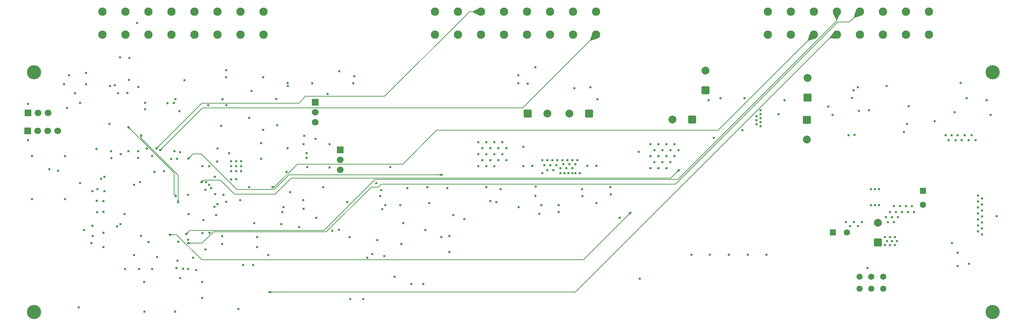
<source format=gbr>
%TF.GenerationSoftware,KiCad,Pcbnew,9.0.7*%
%TF.CreationDate,2026-02-10T04:26:10-08:00*%
%TF.ProjectId,VCU_v2,5643555f-7632-42e6-9b69-6361645f7063,rev?*%
%TF.SameCoordinates,Original*%
%TF.FileFunction,Copper,L4,Inr*%
%TF.FilePolarity,Positive*%
%FSLAX46Y46*%
G04 Gerber Fmt 4.6, Leading zero omitted, Abs format (unit mm)*
G04 Created by KiCad (PCBNEW 9.0.7) date 2026-02-10 04:26:10*
%MOMM*%
%LPD*%
G01*
G04 APERTURE LIST*
G04 Aperture macros list*
%AMRoundRect*
0 Rectangle with rounded corners*
0 $1 Rounding radius*
0 $2 $3 $4 $5 $6 $7 $8 $9 X,Y pos of 4 corners*
0 Add a 4 corners polygon primitive as box body*
4,1,4,$2,$3,$4,$5,$6,$7,$8,$9,$2,$3,0*
0 Add four circle primitives for the rounded corners*
1,1,$1+$1,$2,$3*
1,1,$1+$1,$4,$5*
1,1,$1+$1,$6,$7*
1,1,$1+$1,$8,$9*
0 Add four rect primitives between the rounded corners*
20,1,$1+$1,$2,$3,$4,$5,0*
20,1,$1+$1,$4,$5,$6,$7,0*
20,1,$1+$1,$6,$7,$8,$9,0*
20,1,$1+$1,$8,$9,$2,$3,0*%
G04 Aperture macros list end*
%TA.AperFunction,ComponentPad*%
%ADD10C,3.600000*%
%TD*%
%TA.AperFunction,ComponentPad*%
%ADD11RoundRect,0.250000X0.750000X0.750000X-0.750000X0.750000X-0.750000X-0.750000X0.750000X-0.750000X0*%
%TD*%
%TA.AperFunction,ComponentPad*%
%ADD12C,2.000000*%
%TD*%
%TA.AperFunction,ComponentPad*%
%ADD13C,2.108200*%
%TD*%
%TA.AperFunction,ComponentPad*%
%ADD14RoundRect,0.250000X-0.550000X-0.550000X0.550000X-0.550000X0.550000X0.550000X-0.550000X0.550000X0*%
%TD*%
%TA.AperFunction,ComponentPad*%
%ADD15C,1.600000*%
%TD*%
%TA.AperFunction,ComponentPad*%
%ADD16RoundRect,0.250000X-0.550000X0.550000X-0.550000X-0.550000X0.550000X-0.550000X0.550000X0.550000X0*%
%TD*%
%TA.AperFunction,ComponentPad*%
%ADD17R,1.700000X1.700000*%
%TD*%
%TA.AperFunction,ComponentPad*%
%ADD18C,1.700000*%
%TD*%
%TA.AperFunction,ComponentPad*%
%ADD19C,1.574800*%
%TD*%
%TA.AperFunction,ComponentPad*%
%ADD20RoundRect,0.250000X-0.750000X-0.750000X0.750000X-0.750000X0.750000X0.750000X-0.750000X0.750000X0*%
%TD*%
%TA.AperFunction,ComponentPad*%
%ADD21RoundRect,0.250000X0.750000X-0.750000X0.750000X0.750000X-0.750000X0.750000X-0.750000X-0.750000X0*%
%TD*%
%TA.AperFunction,ComponentPad*%
%ADD22RoundRect,0.250000X-0.750000X0.750000X-0.750000X-0.750000X0.750000X-0.750000X0.750000X0.750000X0*%
%TD*%
%TA.AperFunction,ViaPad*%
%ADD23C,0.609600*%
%TD*%
%TA.AperFunction,Conductor*%
%ADD24C,0.152400*%
%TD*%
%TA.AperFunction,Conductor*%
%ADD25C,0.203200*%
%TD*%
G04 APERTURE END LIST*
D10*
%TO.N,unconnected-(H1-Pad1)*%
%TO.C,H1*%
X274320000Y-53340000D03*
%TD*%
D11*
%TO.N,+12V*%
%TO.C,C65*%
X171858881Y-63813713D03*
D12*
%TO.N,GND*%
X166858881Y-63813713D03*
%TD*%
D13*
%TO.N,/Connector-Root/GEN_BTN1+*%
%TO.C,U19*%
X258129524Y-43767362D03*
%TO.N,/Connector-Root/GEN_BTN2+*%
X252287524Y-43767362D03*
%TO.N,/Connector-Root/Vin+*%
X246445524Y-43767362D03*
%TO.N,/STM32-Root/STM32H723ZGT6/PG3*%
X240603524Y-43767362D03*
%TO.N,/Connector-Root/BRAKE_LIGHT*%
X234761524Y-43767362D03*
%TO.N,/Connector-Root/BSPD_FAULT+*%
X228919524Y-43767362D03*
%TO.N,/Connector-Root/IMD_FAULT+*%
X223077524Y-43767362D03*
%TO.N,/Connector-Root/BMS_FAULT+*%
X217235524Y-43767362D03*
%TO.N,/Connector-Root/GEN_BTN1-*%
X258129524Y-37925362D03*
%TO.N,/Connector-Root/GEN_BTN2-*%
X252287524Y-37925362D03*
%TO.N,GND*%
X246445524Y-37925362D03*
%TO.N,/STM32-Root/STM32H723ZGT6/PA1*%
X240603524Y-37925362D03*
%TO.N,/STM32-Root/STM32H723ZGT6/PA0*%
X234761524Y-37925362D03*
%TO.N,GND*%
X228919524Y-37925362D03*
%TO.N,/Connector-Root/IMD_FAULT-*%
X223077524Y-37925362D03*
%TO.N,/Connector-Root/BMS_FAULT-*%
X217235524Y-37925362D03*
%TD*%
D14*
%TO.N,+5V*%
%TO.C,C11*%
X233801877Y-94036020D03*
D15*
%TO.N,GND*%
X237301877Y-94036020D03*
%TD*%
D16*
%TO.N,+12V*%
%TO.C,C2*%
X256605877Y-83493369D03*
D15*
%TO.N,GND*%
X256605877Y-86993369D03*
%TD*%
D17*
%TO.N,unconnected-(JP3-A-Pad1)*%
%TO.C,JP3*%
X102362000Y-60960000D03*
D18*
%TO.N,Net-(JP3-C)*%
X102362000Y-63500000D03*
%TO.N,/CAN2_N*%
X102362000Y-66040000D03*
%TD*%
D19*
%TO.N,/Connector-Root/Vin+*%
%TO.C,J2*%
X246515476Y-108306700D03*
%TO.N,/CAN2_P*%
X243515477Y-108306700D03*
%TO.N,/CAN2_N*%
X240515478Y-108306700D03*
%TO.N,GND*%
X246515476Y-105306701D03*
%TO.N,/CAN1_P*%
X243515477Y-105306701D03*
%TO.N,/CAN1_N*%
X240515478Y-105306701D03*
%TD*%
D20*
%TO.N,+12V*%
%TO.C,C66*%
X156270881Y-63813713D03*
D12*
%TO.N,GND*%
X161270881Y-63813713D03*
%TD*%
D17*
%TO.N,unconnected-(JP4-A-Pad1)*%
%TO.C,JP4*%
X108705000Y-73031000D03*
D18*
%TO.N,Net-(JP4-C)*%
X108705000Y-75571000D03*
%TO.N,/CAN1_P*%
X108705000Y-78111000D03*
%TD*%
D17*
%TO.N,+3.3V*%
%TO.C,JP1*%
X29437393Y-63644027D03*
D18*
%TO.N,Net-(JP1-C)*%
X31977393Y-63644027D03*
%TO.N,GND*%
X34517393Y-63644027D03*
%TD*%
D17*
%TO.N,+3.3V*%
%TO.C,J1*%
X29395343Y-68252197D03*
D18*
%TO.N,/STM32-Root/STM32H723ZGT6/PA14*%
X31935343Y-68252197D03*
%TO.N,GND*%
X34475343Y-68252197D03*
%TO.N,/STM32-Root/STM32H723ZGT6/PA13*%
X37015343Y-68252197D03*
%TD*%
D21*
%TO.N,+3.3V*%
%TO.C,C53*%
X227315340Y-59742124D03*
D12*
%TO.N,GND*%
X227315340Y-54742124D03*
%TD*%
D13*
%TO.N,/STM32-Root/STM32H723ZGT6/PG2*%
%TO.C,U18*%
X173674524Y-43767362D03*
%TO.N,/BSPD-Logic/Isense-thresh*%
X167832524Y-43767362D03*
%TO.N,/BSPD-Logic/Isense-active*%
X161990524Y-43767362D03*
%TO.N,/BSPD-FAULT*%
X156148524Y-43767362D03*
%TO.N,/Connector-Root/IMD-FAULT*%
X150306524Y-43767362D03*
%TO.N,/Connector-Root/BMS-FAULT*%
X144464524Y-43767362D03*
%TO.N,/Connector-Root/SPEAKER-*%
X138622524Y-43767362D03*
%TO.N,/Connector-Root/SPEAKER+*%
X132780524Y-43767362D03*
%TO.N,/STM32-Root/STM32H723ZGT6/PA2*%
X173674524Y-37925362D03*
%TO.N,/CAN2_N*%
X167832524Y-37925362D03*
%TO.N,/CAN2_P*%
X161990524Y-37925362D03*
%TO.N,/STM32-Root/STM32H723ZGT6/PG8*%
X156148524Y-37925362D03*
%TO.N,/STM32-Root/STM32H723ZGT6/PG7*%
X150306524Y-37925362D03*
%TO.N,/STM32-Root/STM32H723ZGT6/PG6*%
X144464524Y-37925362D03*
%TO.N,/STM32-Root/STM32H723ZGT6/PE10*%
X138622524Y-37925362D03*
%TO.N,/STM32-Root/STM32H723ZGT6/PE11*%
X132780524Y-37925362D03*
%TD*%
D11*
%TO.N,+3.3V*%
%TO.C,C76*%
X198012660Y-65352753D03*
D12*
%TO.N,GND*%
X193012660Y-65352753D03*
%TD*%
D10*
%TO.N,unconnected-(H2-Pad1)_1*%
%TO.C,H2*%
X31002724Y-53340000D03*
%TD*%
%TO.N,unconnected-(H3-Pad1)_1*%
%TO.C,H3*%
X274320000Y-114300000D03*
%TD*%
D22*
%TO.N,Net-(U14-LDOO)*%
%TO.C,C61*%
X227169966Y-65385949D03*
D12*
%TO.N,GND*%
X227169966Y-70385949D03*
%TD*%
D13*
%TO.N,/Connector-Root/APPS1-SIG*%
%TO.C,U17*%
X89244924Y-43767362D03*
%TO.N,/Connector-Root/APPS2-SIG*%
X83402924Y-43767362D03*
%TO.N,/BSE-SIG*%
X77560924Y-43767362D03*
%TO.N,+4.8V*%
X71718924Y-43767362D03*
X65876924Y-43767362D03*
X60034924Y-43767362D03*
%TO.N,/Connector-Root/RTD_BTN-*%
X54192924Y-43767362D03*
%TO.N,/Connector-Root/RTD_BTN+*%
X48350924Y-43767362D03*
%TO.N,GND*%
X89244924Y-37925362D03*
X83402924Y-37925362D03*
X77560924Y-37925362D03*
%TO.N,/CAN1_P*%
X71718924Y-37925362D03*
%TO.N,/CAN1_N*%
X65876924Y-37925362D03*
%TO.N,/STM32-Root/STM32H723ZGT6/PB15*%
X60034924Y-37925362D03*
%TO.N,/Connector-Root/PRECHARGE_BTN+*%
X54192924Y-37925362D03*
%TO.N,/Connector-Root/PRECHARGE_BTN-*%
X48350924Y-37925362D03*
%TD*%
D10*
%TO.N,unconnected-(H4-Pad1)_2*%
%TO.C,H4*%
X31002724Y-114300000D03*
%TD*%
D21*
%TO.N,+5V*%
%TO.C,C13*%
X245175877Y-96576020D03*
D12*
%TO.N,GND*%
X245175877Y-91576020D03*
%TD*%
D21*
%TO.N,+3.3V*%
%TO.C,C80*%
X201451446Y-57914787D03*
D12*
%TO.N,GND*%
X201451446Y-52914787D03*
%TD*%
D23*
%TO.N,/STM32-Root/STM32H723ZGT6/VBAT*%
X58166000Y-94869000D03*
X82931000Y-113538000D03*
%TO.N,GND*%
X30480000Y-74676000D03*
X45879629Y-94996000D03*
X160020000Y-75692000D03*
X273812000Y-64135000D03*
X89154000Y-54610000D03*
X79883000Y-61722000D03*
X108381800Y-93395800D03*
X164592000Y-77724000D03*
X68072000Y-105664000D03*
X67564000Y-96393000D03*
X87630000Y-97790000D03*
X50546000Y-73406000D03*
X46990000Y-88900000D03*
X214376000Y-65532000D03*
X166370000Y-75692000D03*
X86614000Y-102362000D03*
X125730000Y-82804000D03*
X136398000Y-99060000D03*
X70104000Y-84455000D03*
X154051000Y-87630000D03*
X164211000Y-88900000D03*
X160528000Y-76962000D03*
X100330000Y-77470000D03*
X215392000Y-66040000D03*
X38862000Y-74676000D03*
X168402000Y-78994000D03*
X169545000Y-78994000D03*
X240157730Y-92409908D03*
X45593000Y-96774000D03*
X241173730Y-91393908D03*
X250825730Y-87329908D03*
X42316114Y-113050313D03*
X102641400Y-90271600D03*
X265455400Y-102565200D03*
X64897000Y-61214000D03*
X173736000Y-86614000D03*
X171450000Y-77114400D03*
X244475730Y-83011908D03*
X95377000Y-72644000D03*
X153924000Y-54102000D03*
X207391000Y-99695000D03*
X253873730Y-87329908D03*
X215392000Y-67056000D03*
X163830000Y-75692000D03*
X239141730Y-91393908D03*
X216916000Y-99695000D03*
X249301730Y-91393908D03*
X252349730Y-87329908D03*
X242951000Y-62992000D03*
X167640000Y-78994000D03*
X77470000Y-76011362D03*
X214376000Y-64516000D03*
X243459730Y-83011908D03*
X166878000Y-76708000D03*
X43688000Y-93472000D03*
X168148000Y-57404000D03*
X87630000Y-95250000D03*
X238125730Y-92409908D03*
X65786000Y-75311000D03*
X168402000Y-76708000D03*
X108458000Y-53086000D03*
X110490000Y-86334600D03*
X79756000Y-54610000D03*
X73660000Y-106680000D03*
X247269730Y-90123908D03*
X57531000Y-57023000D03*
X265430000Y-99212400D03*
X59055000Y-114173000D03*
X161290000Y-75692000D03*
X85598000Y-64897000D03*
X124206000Y-97028000D03*
X162814000Y-78232000D03*
X259588000Y-65786000D03*
X157480000Y-77089000D03*
X111252000Y-110998000D03*
X160020000Y-78994000D03*
X50292000Y-56769000D03*
X212217000Y-99695000D03*
X268300200Y-102006400D03*
X215392000Y-64008000D03*
X60960000Y-103378000D03*
X59182000Y-61087000D03*
X123952000Y-87122000D03*
X168910000Y-75692000D03*
X96012000Y-83820000D03*
X275336000Y-89916000D03*
X72136000Y-103632000D03*
X167640000Y-77724000D03*
X264007600Y-96774000D03*
X165100000Y-75692000D03*
X66802000Y-114173000D03*
X254381730Y-88853908D03*
X249301730Y-87329908D03*
X166116000Y-77724000D03*
X165608000Y-78994000D03*
X161290000Y-78232000D03*
X84074000Y-102362000D03*
X245491730Y-87075908D03*
X155194000Y-77216000D03*
X53975000Y-89408000D03*
X173990000Y-60198000D03*
X117858415Y-81533000D03*
X162560000Y-75692000D03*
X162052000Y-76962000D03*
X215392000Y-65024000D03*
X164592000Y-78994000D03*
X39370000Y-62357000D03*
X248285730Y-88853908D03*
X38608000Y-56388000D03*
X126746000Y-107188000D03*
X266192000Y-56007000D03*
X252857730Y-88853908D03*
X78867000Y-60198000D03*
X202565000Y-99695000D03*
X67183000Y-103124000D03*
X129794000Y-107188000D03*
X69215000Y-55372000D03*
X70104000Y-95885000D03*
X243459730Y-87075908D03*
X240411000Y-63119000D03*
X66625632Y-73356632D03*
X163576000Y-76962000D03*
X50165000Y-66421000D03*
X68834000Y-103251000D03*
X70104000Y-103378000D03*
X75565000Y-94107000D03*
X245491730Y-83011908D03*
X39878000Y-54102000D03*
X146812000Y-86106000D03*
X102489000Y-70231000D03*
X172212000Y-57150000D03*
X214376000Y-66548000D03*
X170116500Y-82994500D03*
X38862000Y-85598000D03*
X148336000Y-86360000D03*
X93980000Y-88900000D03*
X54102000Y-103378000D03*
X116840000Y-99568000D03*
X250317730Y-90123908D03*
X118872000Y-84836000D03*
X75946000Y-82804000D03*
X153924000Y-56134000D03*
X46863000Y-72771000D03*
X79756000Y-52832000D03*
X158242000Y-52070000D03*
X73660000Y-110744000D03*
X77216000Y-89662000D03*
X30480000Y-85598000D03*
X251333730Y-88853908D03*
X131318000Y-86614000D03*
X173710600Y-77139800D03*
X59182000Y-62738000D03*
X165354000Y-76708000D03*
X75438000Y-77216000D03*
X177292000Y-82550000D03*
X130302000Y-93472000D03*
X94361000Y-87630000D03*
X167640000Y-75692000D03*
X76962000Y-84328000D03*
X60071000Y-96520000D03*
X59630329Y-72703671D03*
X52978739Y-74168000D03*
X249809730Y-88853908D03*
X112268000Y-54356000D03*
X184785000Y-105791000D03*
X86233000Y-58039000D03*
X247777730Y-91393908D03*
X244475730Y-87075908D03*
X70231000Y-89408000D03*
X99314000Y-85852000D03*
X34925000Y-77978000D03*
X57658000Y-103378000D03*
X58928000Y-106680000D03*
X106045000Y-71628000D03*
X248793730Y-90123908D03*
X166624000Y-78994000D03*
X66929000Y-60198000D03*
X237109730Y-91393908D03*
X164211000Y-87122000D03*
X86868000Y-91694000D03*
X197866000Y-99695000D03*
X101600000Y-56134000D03*
X78486000Y-66929000D03*
X90424000Y-99822000D03*
X54940200Y-73406000D03*
X135890000Y-82804000D03*
X170180000Y-84836000D03*
X66469327Y-61087000D03*
X57383566Y-73406000D03*
X77537724Y-72711724D03*
X48895000Y-83566000D03*
X46904239Y-86020239D03*
X56388000Y-99822000D03*
X177393600Y-84353400D03*
X114554000Y-110998000D03*
X76885800Y-79857600D03*
X215392000Y-62992000D03*
X203581000Y-70002400D03*
%TO.N,+5V*%
X249555730Y-97235908D03*
X248285730Y-97235908D03*
X75184000Y-61722000D03*
X81026000Y-80611362D03*
X248793730Y-96219908D03*
X249555730Y-95203908D03*
X250063730Y-96219908D03*
X248285730Y-95203908D03*
X67945000Y-63246000D03*
X105537000Y-58801000D03*
X42672000Y-61087000D03*
X41402000Y-58674000D03*
X89154000Y-67945000D03*
X247523730Y-96219908D03*
X247015730Y-97235908D03*
X247015730Y-95203908D03*
X82296000Y-80518000D03*
%TO.N,+3.3V*%
X221488000Y-60452000D03*
X148844000Y-75692000D03*
X189484000Y-77724000D03*
X50673000Y-75184000D03*
X57383566Y-75057000D03*
X202184000Y-60452000D03*
X44196000Y-56337200D03*
X112014000Y-56134000D03*
X191516000Y-74676000D03*
X73761600Y-77190600D03*
X189484000Y-71628000D03*
X188468000Y-76200000D03*
X83566000Y-75946000D03*
X149860000Y-74168000D03*
X194564000Y-73152000D03*
X48641000Y-94107000D03*
X82296000Y-77216000D03*
X82296000Y-78486000D03*
X264668000Y-63500000D03*
X149860000Y-71120000D03*
X42672000Y-81491932D03*
X67284600Y-75311000D03*
X81026000Y-78486000D03*
X80518000Y-73914000D03*
X74549000Y-83185000D03*
X193548000Y-74676000D03*
X219964000Y-64008000D03*
X143764000Y-71120000D03*
X48641000Y-86106000D03*
X48641000Y-97790000D03*
X187452000Y-74676000D03*
X67437000Y-101219000D03*
X210820000Y-68072000D03*
X74041000Y-90932000D03*
X100203000Y-75057000D03*
X187452000Y-71628000D03*
X146812000Y-72644000D03*
X187452000Y-77724000D03*
X144780000Y-75692000D03*
X272796000Y-60452000D03*
X205232000Y-59944000D03*
X78740000Y-94996000D03*
X252984000Y-61976000D03*
X95123000Y-78613000D03*
X71374000Y-100457000D03*
X143764000Y-77216000D03*
X82296000Y-75946000D03*
X29464000Y-61341000D03*
X81026000Y-75946000D03*
X55118000Y-55245000D03*
X48641000Y-88773000D03*
X191516000Y-77724000D03*
X73787000Y-94234000D03*
X62230000Y-100330000D03*
X144780000Y-72644000D03*
X78740000Y-97028000D03*
X81026000Y-77216000D03*
X193548000Y-71628000D03*
X147828000Y-77216000D03*
X145796000Y-77216000D03*
X44196000Y-53467000D03*
X192532000Y-73152000D03*
X190500000Y-76200000D03*
X146812000Y-75692000D03*
X267716000Y-59944000D03*
X147828000Y-71120000D03*
X189484000Y-74676000D03*
X83566000Y-78486000D03*
X191516000Y-71628000D03*
X148844000Y-72644000D03*
X145796000Y-74168000D03*
X188468000Y-73152000D03*
X145796000Y-71120000D03*
X211328000Y-59944000D03*
X143764000Y-74168000D03*
X192532000Y-76200000D03*
X83566000Y-77216000D03*
X150876000Y-75692000D03*
X83312000Y-85852000D03*
X150876000Y-72644000D03*
X51460400Y-56591200D03*
X147828000Y-74168000D03*
X29464000Y-70612000D03*
X190500000Y-73152000D03*
%TO.N,/STM32-Root/STM32H723ZGT6/PF14*%
X58166000Y-69342000D03*
X67564000Y-86360000D03*
%TO.N,/STM32-Root/STM32H723ZGT6/PF15*%
X66992500Y-84772500D03*
X54991000Y-67310000D03*
%TO.N,/STM32-Root/STM32H723ZGT6/PG0*%
X76835000Y-87503000D03*
X251841000Y-68453000D03*
%TO.N,/STM32-Root/STM32H723ZGT6/PG1*%
X77597000Y-86868000D03*
X252603000Y-66421000D03*
%TO.N,/STM32-Root/STM32H723ZGT6/PA14*%
X37087597Y-78359000D03*
%TO.N,/STM32-Root/STM32H723ZGT6/PA0*%
X69596000Y-94488000D03*
%TO.N,/STM32-Root/STM32H723ZGT6/PG2*%
X62992000Y-73152000D03*
%TO.N,/STM32-Root/STM32H723ZGT6/PD1*%
X88646000Y-71374000D03*
X56388000Y-81915000D03*
%TO.N,/STM32-Root/STM32H723ZGT6/PG3*%
X99568000Y-69469000D03*
X64008000Y-78486000D03*
%TO.N,/STM32-Root/STM32H723ZGT6/PA1*%
X70104000Y-96774000D03*
%TO.N,/STM32-Root/STM32H723ZGT6/PD0*%
X88646000Y-75311000D03*
X57912000Y-81280000D03*
%TO.N,/STM32-Root/STM32H723ZGT6/PC11*%
X47117000Y-82991931D03*
X48006000Y-80374332D03*
%TO.N,/STM32-Root/STM32H723ZGT6/PC1*%
X182346600Y-89077800D03*
X65419939Y-94589600D03*
%TO.N,/STM32-Root/STM32H723ZGT6/PC10*%
X48895000Y-79874332D03*
X45847000Y-83550731D03*
%TO.N,/STM32-Root/STM32H723ZGT6/PB12*%
X70167500Y-75275764D03*
X134416800Y-79349600D03*
X179679600Y-90297000D03*
%TO.N,/STM32-Root/STM32H723ZGT6/PG8*%
X61595000Y-78613000D03*
%TO.N,/STM32-Root/STM32H723ZGT6/PB15*%
X57150000Y-40810286D03*
X68072000Y-73660000D03*
%TO.N,/STM32-Root/STM32H723ZGT6/PE10*%
X75438000Y-81915000D03*
%TO.N,/STM32-Root/STM32H723ZGT6/PE9*%
X79756000Y-86233000D03*
X79121000Y-84455000D03*
%TO.N,/STM32-Root/STM32H723ZGT6/PG7*%
X60960000Y-74549000D03*
%TO.N,/STM32-Root/STM32H723ZGT6/PB6*%
X52070000Y-92491932D03*
X95377000Y-56007000D03*
%TO.N,/STM32-Root/STM32H723ZGT6/PA2*%
X74485500Y-98361500D03*
%TO.N,/STM32-Root/STM32H723ZGT6/PB5*%
X52959000Y-91933132D03*
X95427800Y-56769000D03*
%TO.N,/STM32-Root/STM32H723ZGT6/PE11*%
X74676000Y-81280000D03*
%TO.N,/STM32-Root/STM32H723ZGT6/PB10*%
X73507600Y-81229200D03*
X194691000Y-78232000D03*
%TO.N,/STM32-Root/STM32H723ZGT6/PG6*%
X62051786Y-72719786D03*
%TO.N,Net-(JP1-C)*%
X45847000Y-92329000D03*
%TO.N,/BSPD-FAULT*%
X121412000Y-77470000D03*
X106001383Y-77513617D03*
%TO.N,/Connector-Root/BSPD_FAULT+*%
X91567000Y-82550000D03*
%TO.N,/Connector-Root/BMS-FAULT*%
X93726000Y-91948000D03*
X233680000Y-64135000D03*
X232600500Y-62039500D03*
%TO.N,/Connector-Root/BRAKE_LIGHT*%
X90805000Y-109220000D03*
%TO.N,/Connector-Root/IMD-FAULT*%
X98298000Y-92710000D03*
%TO.N,/Connector-Root/PRECHARGE_BTN+*%
X55245000Y-49657000D03*
%TO.N,/Connector-Root/PRECHARGE_BTN-*%
X52832000Y-49530000D03*
%TO.N,/Connector-Root/RTD_BTN+*%
X52324000Y-58674000D03*
%TO.N,/Connector-Root/RTD_BTN-*%
X54737000Y-58547000D03*
%TO.N,+12V*%
X85598000Y-82550000D03*
X271602200Y-94538800D03*
X158242000Y-84709000D03*
X271602200Y-89966800D03*
X119126000Y-83312000D03*
X111125000Y-95250000D03*
X136398000Y-94996000D03*
X270586200Y-86156800D03*
X271602200Y-86918800D03*
X106680000Y-93599000D03*
X159258000Y-89281000D03*
X240157000Y-57150000D03*
X184531000Y-73533000D03*
X99441000Y-88011000D03*
X270586200Y-87680800D03*
X159766000Y-87122000D03*
X140233400Y-90652600D03*
X158305500Y-82359500D03*
X137414000Y-89662000D03*
X118110000Y-96012000D03*
X115570000Y-100457000D03*
X119888000Y-100076000D03*
X247396000Y-56803765D03*
X270586200Y-93776800D03*
X239268000Y-69215000D03*
X270586200Y-92252800D03*
X130810000Y-82550000D03*
X270586200Y-89204800D03*
X237744000Y-69342000D03*
X270586200Y-90728800D03*
X145796000Y-82550000D03*
X271602200Y-91490800D03*
X271602200Y-93014800D03*
X156260800Y-56159400D03*
X149479000Y-83058000D03*
X271602200Y-88442800D03*
X104394000Y-82550000D03*
X124714000Y-91694000D03*
X155168600Y-72237600D03*
X270586200Y-84632800D03*
X271602200Y-85394800D03*
%TO.N,/Connector-Root/Vin+*%
X262382000Y-69342000D03*
X268986000Y-69342000D03*
X270002000Y-70612000D03*
X267208000Y-69342000D03*
X263906000Y-69342000D03*
X265430000Y-69342000D03*
X263144000Y-70612000D03*
X266446000Y-70612000D03*
X264922000Y-70612000D03*
X268224000Y-70612000D03*
%TO.N,Net-(R102-Pad1)*%
X122555000Y-105283000D03*
X134366000Y-95250000D03*
%TO.N,/BSPD-Logic/Isense-thresh*%
X119380000Y-88138000D03*
%TO.N,/BSPD-Logic/Isense-active*%
X120142000Y-87122000D03*
%TO.N,/CAN1_P*%
X99377500Y-71564500D03*
X92456000Y-60071000D03*
%TO.N,/CAN1_N*%
X242570000Y-103124000D03*
X92710000Y-66802000D03*
X100203000Y-73848324D03*
%TO.N,/Connector-Root/BMS_FAULT-*%
X238633000Y-59817000D03*
%TO.N,/Connector-Root/IMD_FAULT-*%
X239050258Y-57912000D03*
%TD*%
D24*
%TO.N,/STM32-Root/STM32H723ZGT6/PF14*%
X61747733Y-73634267D02*
X67564000Y-79450534D01*
X58166000Y-70052534D02*
X61747733Y-73634267D01*
X58166000Y-69342000D02*
X58166000Y-70052534D01*
X67564000Y-79450534D02*
X67564000Y-86360000D01*
%TO.N,/STM32-Root/STM32H723ZGT6/PF15*%
X66992500Y-84772500D02*
X66537539Y-84317539D01*
X66537539Y-84317539D02*
X66537539Y-78856539D01*
X66537539Y-78856539D02*
X54991000Y-67310000D01*
D25*
%TO.N,/STM32-Root/STM32H723ZGT6/PA0*%
X70536800Y-93547200D02*
X104572800Y-93547200D01*
X194361800Y-80593200D02*
X234761524Y-40193476D01*
X104572800Y-93547200D02*
X117526800Y-80593200D01*
X69596000Y-94488000D02*
X70536800Y-93547200D01*
X234761524Y-40193476D02*
X234761524Y-37925362D01*
X117526800Y-80593200D02*
X194361800Y-80593200D01*
%TO.N,/STM32-Root/STM32H723ZGT6/PG2*%
X173674524Y-43767362D02*
X155046886Y-62395000D01*
X155046886Y-62395000D02*
X73749000Y-62395000D01*
X73749000Y-62395000D02*
X62992000Y-73152000D01*
%TO.N,/STM32-Root/STM32H723ZGT6/PA1*%
X76559877Y-93903800D02*
X105198831Y-93903800D01*
X193824123Y-81765877D02*
X235077000Y-40513000D01*
X73689677Y-96774000D02*
X76559877Y-93903800D01*
X238015886Y-40513000D02*
X240603524Y-37925362D01*
X118364000Y-82550000D02*
X119148123Y-81765877D01*
X105198831Y-93903800D02*
X116552631Y-82550000D01*
X235077000Y-40513000D02*
X238015886Y-40513000D01*
X70104000Y-96774000D02*
X73689677Y-96774000D01*
X116552631Y-82550000D02*
X118364000Y-82550000D01*
X119148123Y-81765877D02*
X193824123Y-81765877D01*
%TO.N,/STM32-Root/STM32H723ZGT6/PC1*%
X73555123Y-101016800D02*
X67127923Y-94589600D01*
X170407600Y-101016800D02*
X73555123Y-101016800D01*
X182346600Y-89077800D02*
X170407600Y-101016800D01*
X67127923Y-94589600D02*
X65419939Y-94589600D01*
%TO.N,/STM32-Root/STM32H723ZGT6/PB12*%
X82449400Y-83109800D02*
X73380600Y-74041000D01*
X91922186Y-83109800D02*
X82449400Y-83109800D01*
X73380600Y-74041000D02*
X71402264Y-74041000D01*
X134416800Y-79349600D02*
X95682386Y-79349600D01*
X95682386Y-79349600D02*
X91922186Y-83109800D01*
X71402264Y-74041000D02*
X70167500Y-75275764D01*
%TO.N,/STM32-Root/STM32H723ZGT6/PB10*%
X78282800Y-80721200D02*
X74015600Y-80721200D01*
X194614800Y-78232000D02*
X192610200Y-80236600D01*
X96242600Y-80236600D02*
X92202000Y-84277200D01*
X81838800Y-84277200D02*
X78282800Y-80721200D01*
X194691000Y-78232000D02*
X194614800Y-78232000D01*
X92202000Y-84277200D02*
X81838800Y-84277200D01*
X74015600Y-80721200D02*
X73507600Y-81229200D01*
X192610200Y-80236600D02*
X96242600Y-80236600D01*
%TO.N,/STM32-Root/STM32H723ZGT6/PG6*%
X144464524Y-37925362D02*
X141525638Y-37925362D01*
X73609372Y-61162200D02*
X62051786Y-72719786D01*
X141525638Y-37925362D02*
X120015000Y-59436000D01*
X99949000Y-59436000D02*
X98222800Y-61162200D01*
X120015000Y-59436000D02*
X99949000Y-59436000D01*
X98222800Y-61162200D02*
X73609372Y-61162200D01*
%TO.N,/Connector-Root/BSPD_FAULT+*%
X97851677Y-76676000D02*
X124619000Y-76676000D01*
X133223000Y-68072000D02*
X204614886Y-68072000D01*
X204614886Y-68072000D02*
X228919524Y-43767362D01*
X124619000Y-76676000D02*
X133223000Y-68072000D01*
X91977677Y-82550000D02*
X97851677Y-76676000D01*
X91567000Y-82550000D02*
X91977677Y-82550000D01*
%TO.N,/Connector-Root/BRAKE_LIGHT*%
X90805000Y-109220000D02*
X168372323Y-109220000D01*
X233824961Y-43767362D02*
X234761524Y-43767362D01*
X168372323Y-109220000D02*
X233824961Y-43767362D01*
%TD*%
%TA.AperFunction,Conductor*%
%TO.N,/STM32-Root/STM32H723ZGT6/PF14*%
G36*
X58173596Y-69347485D02*
G01*
X58388379Y-69530859D01*
X58392446Y-69538836D01*
X58391747Y-69543836D01*
X58245035Y-69938123D01*
X58238939Y-69944682D01*
X58234070Y-69945743D01*
X58097930Y-69945743D01*
X58089657Y-69942316D01*
X58086965Y-69938123D01*
X57940252Y-69543836D01*
X57940578Y-69534887D01*
X57943616Y-69530862D01*
X58158403Y-69347485D01*
X58166920Y-69344720D01*
X58173596Y-69347485D01*
G37*
%TD.AperFunction*%
%TD*%
%TA.AperFunction,Conductor*%
%TO.N,/STM32-Root/STM32H723ZGT6/PF14*%
G36*
X67640343Y-85759684D02*
G01*
X67643035Y-85763877D01*
X67789747Y-86158163D01*
X67789421Y-86167112D01*
X67786379Y-86171141D01*
X67571597Y-86354513D01*
X67563080Y-86357279D01*
X67556403Y-86354513D01*
X67423724Y-86241238D01*
X67341619Y-86171139D01*
X67337553Y-86163163D01*
X67338251Y-86158166D01*
X67484965Y-85763877D01*
X67491061Y-85757318D01*
X67495930Y-85756257D01*
X67632070Y-85756257D01*
X67640343Y-85759684D01*
G37*
%TD.AperFunction*%
%TD*%
%TA.AperFunction,Conductor*%
%TO.N,/STM32-Root/STM32H723ZGT6/PF15*%
G36*
X66626863Y-84295091D02*
G01*
X67009407Y-84470153D01*
X67015503Y-84476712D01*
X67016202Y-84481712D01*
X66993992Y-84763248D01*
X66989925Y-84771226D01*
X66983248Y-84773992D01*
X66701712Y-84796202D01*
X66693195Y-84793436D01*
X66690153Y-84789407D01*
X66515091Y-84406863D01*
X66514765Y-84397914D01*
X66517455Y-84393723D01*
X66613722Y-84297456D01*
X66621994Y-84294030D01*
X66626863Y-84295091D01*
G37*
%TD.AperFunction*%
%TD*%
%TA.AperFunction,Conductor*%
%TO.N,/STM32-Root/STM32H723ZGT6/PF15*%
G36*
X55290304Y-67289062D02*
G01*
X55293346Y-67293091D01*
X55468408Y-67675636D01*
X55468734Y-67684585D01*
X55466042Y-67688778D01*
X55369778Y-67785042D01*
X55361505Y-67788469D01*
X55356636Y-67787408D01*
X54974092Y-67612346D01*
X54967996Y-67605787D01*
X54967297Y-67600787D01*
X54989507Y-67319251D01*
X54993574Y-67311273D01*
X55000249Y-67308507D01*
X55281788Y-67286296D01*
X55290304Y-67289062D01*
G37*
%TD.AperFunction*%
%TD*%
%TA.AperFunction,Conductor*%
%TO.N,/STM32-Root/STM32H723ZGT6/PA0*%
G36*
X69957165Y-93995343D02*
G01*
X70088656Y-94126834D01*
X70092083Y-94135107D01*
X70090735Y-94140559D01*
X69898533Y-94505528D01*
X69891646Y-94511251D01*
X69887261Y-94511740D01*
X69605251Y-94489492D01*
X69597273Y-94485425D01*
X69594507Y-94478748D01*
X69572259Y-94196735D01*
X69575025Y-94188221D01*
X69578467Y-94185468D01*
X69943441Y-93993263D01*
X69952357Y-93992441D01*
X69957165Y-93995343D01*
G37*
%TD.AperFunction*%
%TD*%
%TA.AperFunction,Conductor*%
%TO.N,/STM32-Root/STM32H723ZGT6/PA0*%
G36*
X234769103Y-37930809D02*
G01*
X235174061Y-38275287D01*
X235545080Y-38590896D01*
X235549161Y-38598867D01*
X235547940Y-38605088D01*
X234866371Y-39952788D01*
X234859579Y-39958624D01*
X234855930Y-39959208D01*
X234667118Y-39959208D01*
X234658845Y-39955781D01*
X234656677Y-39952788D01*
X233975107Y-38605088D01*
X233974432Y-38596159D01*
X233977967Y-38590896D01*
X234753944Y-37930809D01*
X234762465Y-37928060D01*
X234769103Y-37930809D01*
G37*
%TD.AperFunction*%
%TD*%
%TA.AperFunction,Conductor*%
%TO.N,/STM32-Root/STM32H723ZGT6/PG2*%
G36*
X173665310Y-43765854D02*
G01*
X173673281Y-43769935D01*
X173676031Y-43776575D01*
X173757978Y-44792024D01*
X173755228Y-44800546D01*
X173749965Y-44804081D01*
X172315055Y-45275106D01*
X172306126Y-45274431D01*
X172303133Y-45272263D01*
X172169622Y-45138752D01*
X172166195Y-45130479D01*
X172166778Y-45126835D01*
X172637804Y-43691919D01*
X172643640Y-43685128D01*
X172649860Y-43683907D01*
X173665310Y-43765854D01*
G37*
%TD.AperFunction*%
%TD*%
%TA.AperFunction,Conductor*%
%TO.N,/STM32-Root/STM32H723ZGT6/PG2*%
G36*
X63353165Y-72659343D02*
G01*
X63484656Y-72790834D01*
X63488083Y-72799107D01*
X63486735Y-72804559D01*
X63294533Y-73169528D01*
X63287646Y-73175251D01*
X63283261Y-73175740D01*
X63001251Y-73153492D01*
X62993273Y-73149425D01*
X62990507Y-73142748D01*
X62968259Y-72860735D01*
X62971025Y-72852221D01*
X62974467Y-72849468D01*
X63339441Y-72657263D01*
X63348357Y-72656441D01*
X63353165Y-72659343D01*
G37*
%TD.AperFunction*%
%TD*%
%TA.AperFunction,Conductor*%
%TO.N,/STM32-Root/STM32H723ZGT6/PA1*%
G36*
X240594310Y-37923854D02*
G01*
X240602281Y-37927935D01*
X240605031Y-37934575D01*
X240686978Y-38950024D01*
X240684228Y-38958546D01*
X240678965Y-38962081D01*
X239244055Y-39433106D01*
X239235126Y-39432431D01*
X239232133Y-39430263D01*
X239098622Y-39296752D01*
X239095195Y-39288479D01*
X239095778Y-39284835D01*
X239566804Y-37849919D01*
X239572640Y-37843128D01*
X239578860Y-37841907D01*
X240594310Y-37923854D01*
G37*
%TD.AperFunction*%
%TD*%
%TA.AperFunction,Conductor*%
%TO.N,/STM32-Root/STM32H723ZGT6/PA1*%
G36*
X70305529Y-96547682D02*
G01*
X70699508Y-96669846D01*
X70706395Y-96675569D01*
X70707743Y-96681021D01*
X70707743Y-96866978D01*
X70704316Y-96875251D01*
X70699508Y-96878153D01*
X70305529Y-97000317D01*
X70296612Y-96999494D01*
X70293166Y-96996739D01*
X70109486Y-96781597D01*
X70106720Y-96773080D01*
X70109486Y-96766403D01*
X70182382Y-96681021D01*
X70293167Y-96551259D01*
X70301144Y-96547193D01*
X70305529Y-96547682D01*
G37*
%TD.AperFunction*%
%TD*%
%TA.AperFunction,Conductor*%
%TO.N,/STM32-Root/STM32H723ZGT6/PC1*%
G36*
X182080095Y-89056012D02*
G01*
X182337348Y-89076307D01*
X182345326Y-89080374D01*
X182348092Y-89087051D01*
X182370340Y-89369061D01*
X182367574Y-89377578D01*
X182364128Y-89380333D01*
X181999159Y-89572535D01*
X181990242Y-89573358D01*
X181985434Y-89570456D01*
X181853943Y-89438965D01*
X181850516Y-89430692D01*
X181851863Y-89425242D01*
X182044066Y-89060270D01*
X182050953Y-89054548D01*
X182055338Y-89054059D01*
X182080095Y-89056012D01*
G37*
%TD.AperFunction*%
%TD*%
%TA.AperFunction,Conductor*%
%TO.N,/STM32-Root/STM32H723ZGT6/PC1*%
G36*
X65621468Y-94363282D02*
G01*
X66015447Y-94485446D01*
X66022334Y-94491169D01*
X66023682Y-94496621D01*
X66023682Y-94682578D01*
X66020255Y-94690851D01*
X66015447Y-94693753D01*
X65621468Y-94815917D01*
X65612551Y-94815094D01*
X65609105Y-94812339D01*
X65425425Y-94597197D01*
X65422659Y-94588680D01*
X65425425Y-94582003D01*
X65498321Y-94496621D01*
X65609106Y-94366859D01*
X65617083Y-94362793D01*
X65621468Y-94363282D01*
G37*
%TD.AperFunction*%
%TD*%
%TA.AperFunction,Conductor*%
%TO.N,/STM32-Root/STM32H723ZGT6/PB12*%
G36*
X134224187Y-79124105D02*
G01*
X134227633Y-79126860D01*
X134411313Y-79342003D01*
X134414079Y-79350520D01*
X134411313Y-79357197D01*
X134227633Y-79572339D01*
X134219655Y-79576406D01*
X134215270Y-79575917D01*
X133821292Y-79453753D01*
X133814405Y-79448030D01*
X133813057Y-79442578D01*
X133813057Y-79256621D01*
X133816484Y-79248348D01*
X133821290Y-79245447D01*
X134215270Y-79123282D01*
X134224187Y-79124105D01*
G37*
%TD.AperFunction*%
%TD*%
%TA.AperFunction,Conductor*%
%TO.N,/STM32-Root/STM32H723ZGT6/PB12*%
G36*
X70528665Y-74783107D02*
G01*
X70660156Y-74914598D01*
X70663583Y-74922871D01*
X70662235Y-74928323D01*
X70470033Y-75293292D01*
X70463146Y-75299015D01*
X70458761Y-75299504D01*
X70176751Y-75277256D01*
X70168773Y-75273189D01*
X70166007Y-75266512D01*
X70143759Y-74984499D01*
X70146525Y-74975985D01*
X70149967Y-74973232D01*
X70514941Y-74781027D01*
X70523857Y-74780205D01*
X70528665Y-74783107D01*
G37*
%TD.AperFunction*%
%TD*%
%TA.AperFunction,Conductor*%
%TO.N,/STM32-Root/STM32H723ZGT6/PB10*%
G36*
X194681769Y-78229721D02*
G01*
X194689405Y-78234398D01*
X194691641Y-78241353D01*
X194689805Y-78523168D01*
X194686324Y-78531419D01*
X194682568Y-78533908D01*
X194305046Y-78689675D01*
X194296091Y-78689662D01*
X194292310Y-78687132D01*
X194160857Y-78555679D01*
X194157430Y-78547406D01*
X194159327Y-78541019D01*
X194387917Y-78190249D01*
X194395305Y-78185190D01*
X194399543Y-78185082D01*
X194681769Y-78229721D01*
G37*
%TD.AperFunction*%
%TD*%
%TA.AperFunction,Conductor*%
%TO.N,/STM32-Root/STM32H723ZGT6/PB10*%
G36*
X73868765Y-80736543D02*
G01*
X74000256Y-80868034D01*
X74003683Y-80876307D01*
X74002335Y-80881759D01*
X73810133Y-81246728D01*
X73803246Y-81252451D01*
X73798861Y-81252940D01*
X73516851Y-81230692D01*
X73508873Y-81226625D01*
X73506107Y-81219948D01*
X73483859Y-80937935D01*
X73486625Y-80929421D01*
X73490067Y-80926668D01*
X73855041Y-80734463D01*
X73863957Y-80733641D01*
X73868765Y-80736543D01*
G37*
%TD.AperFunction*%
%TD*%
%TA.AperFunction,Conductor*%
%TO.N,/STM32-Root/STM32H723ZGT6/PG6*%
G36*
X143798989Y-37141805D02*
G01*
X144459075Y-37917781D01*
X144461825Y-37926303D01*
X144459075Y-37932943D01*
X143798989Y-38708918D01*
X143791018Y-38712999D01*
X143784797Y-38711778D01*
X142437098Y-38030208D01*
X142431262Y-38023416D01*
X142430678Y-38019767D01*
X142430678Y-37830956D01*
X142434105Y-37822683D01*
X142437098Y-37820515D01*
X143784798Y-37138944D01*
X143793726Y-37138270D01*
X143798989Y-37141805D01*
G37*
%TD.AperFunction*%
%TD*%
%TA.AperFunction,Conductor*%
%TO.N,/STM32-Root/STM32H723ZGT6/PG6*%
G36*
X62412951Y-72227129D02*
G01*
X62544442Y-72358620D01*
X62547869Y-72366893D01*
X62546521Y-72372345D01*
X62354319Y-72737314D01*
X62347432Y-72743037D01*
X62343047Y-72743526D01*
X62061037Y-72721278D01*
X62053059Y-72717211D01*
X62050293Y-72710534D01*
X62028045Y-72428521D01*
X62030811Y-72420007D01*
X62034253Y-72417254D01*
X62399227Y-72225049D01*
X62408143Y-72224227D01*
X62412951Y-72227129D01*
G37*
%TD.AperFunction*%
%TD*%
%TA.AperFunction,Conductor*%
%TO.N,/Connector-Root/BSPD_FAULT+*%
G36*
X228910310Y-43765854D02*
G01*
X228918281Y-43769935D01*
X228921031Y-43776575D01*
X229002978Y-44792024D01*
X229000228Y-44800546D01*
X228994965Y-44804081D01*
X227560055Y-45275106D01*
X227551126Y-45274431D01*
X227548133Y-45272263D01*
X227414622Y-45138752D01*
X227411195Y-45130479D01*
X227411778Y-45126835D01*
X227882804Y-43691919D01*
X227888640Y-43685128D01*
X227894860Y-43683907D01*
X228910310Y-43765854D01*
G37*
%TD.AperFunction*%
%TD*%
%TA.AperFunction,Conductor*%
%TO.N,/Connector-Root/BSPD_FAULT+*%
G36*
X92038715Y-82341001D02*
G01*
X92044965Y-82344252D01*
X92175783Y-82475070D01*
X92179210Y-82483343D01*
X92175783Y-82491616D01*
X92173848Y-82493178D01*
X91822499Y-82719607D01*
X91813689Y-82721208D01*
X91809493Y-82719386D01*
X91574603Y-82556470D01*
X91569758Y-82548939D01*
X91570793Y-82541650D01*
X91696173Y-82289369D01*
X91702922Y-82283486D01*
X91708669Y-82283053D01*
X92038715Y-82341001D01*
G37*
%TD.AperFunction*%
%TD*%
%TA.AperFunction,Conductor*%
%TO.N,/Connector-Root/BRAKE_LIGHT*%
G36*
X91006529Y-108993682D02*
G01*
X91400508Y-109115846D01*
X91407395Y-109121569D01*
X91408743Y-109127021D01*
X91408743Y-109312978D01*
X91405316Y-109321251D01*
X91400508Y-109324153D01*
X91006529Y-109446317D01*
X90997612Y-109445494D01*
X90994166Y-109442739D01*
X90810486Y-109227597D01*
X90807720Y-109219080D01*
X90810486Y-109212403D01*
X90883382Y-109127021D01*
X90994167Y-108997259D01*
X91002144Y-108993193D01*
X91006529Y-108993682D01*
G37*
%TD.AperFunction*%
%TD*%
%TA.AperFunction,Conductor*%
%TO.N,/Connector-Root/BRAKE_LIGHT*%
G36*
X233832499Y-43333474D02*
G01*
X234753197Y-43762446D01*
X234759249Y-43769046D01*
X234759512Y-43776242D01*
X234480701Y-44759636D01*
X234475148Y-44766661D01*
X234468391Y-44768097D01*
X233096636Y-44643975D01*
X233089417Y-44640596D01*
X232955894Y-44507073D01*
X232952467Y-44498800D01*
X232954796Y-44491795D01*
X233818189Y-43337071D01*
X233825886Y-43332499D01*
X233832499Y-43333474D01*
G37*
%TD.AperFunction*%
%TD*%
M02*

</source>
